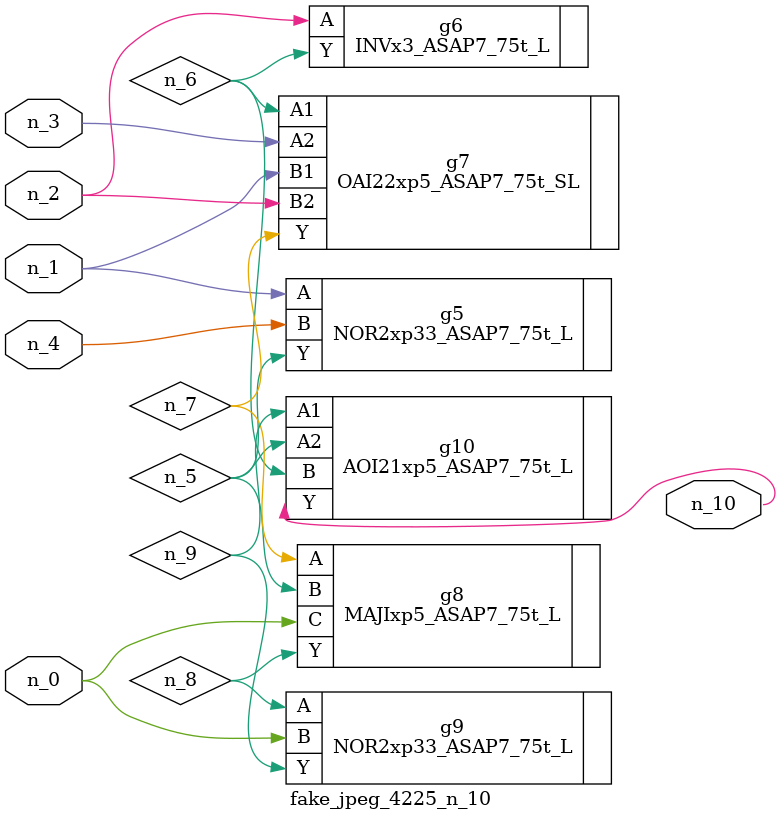
<source format=v>
module fake_jpeg_4225_n_10 (n_3, n_2, n_1, n_0, n_4, n_10);

input n_3;
input n_2;
input n_1;
input n_0;
input n_4;

output n_10;

wire n_8;
wire n_9;
wire n_6;
wire n_5;
wire n_7;

NOR2xp33_ASAP7_75t_L g5 ( 
.A(n_1),
.B(n_4),
.Y(n_5)
);

INVx3_ASAP7_75t_L g6 ( 
.A(n_2),
.Y(n_6)
);

OAI22xp5_ASAP7_75t_SL g7 ( 
.A1(n_6),
.A2(n_3),
.B1(n_1),
.B2(n_2),
.Y(n_7)
);

MAJIxp5_ASAP7_75t_L g8 ( 
.A(n_7),
.B(n_5),
.C(n_0),
.Y(n_8)
);

NOR2xp33_ASAP7_75t_L g9 ( 
.A(n_8),
.B(n_0),
.Y(n_9)
);

AOI21xp5_ASAP7_75t_L g10 ( 
.A1(n_9),
.A2(n_5),
.B(n_6),
.Y(n_10)
);


endmodule
</source>
